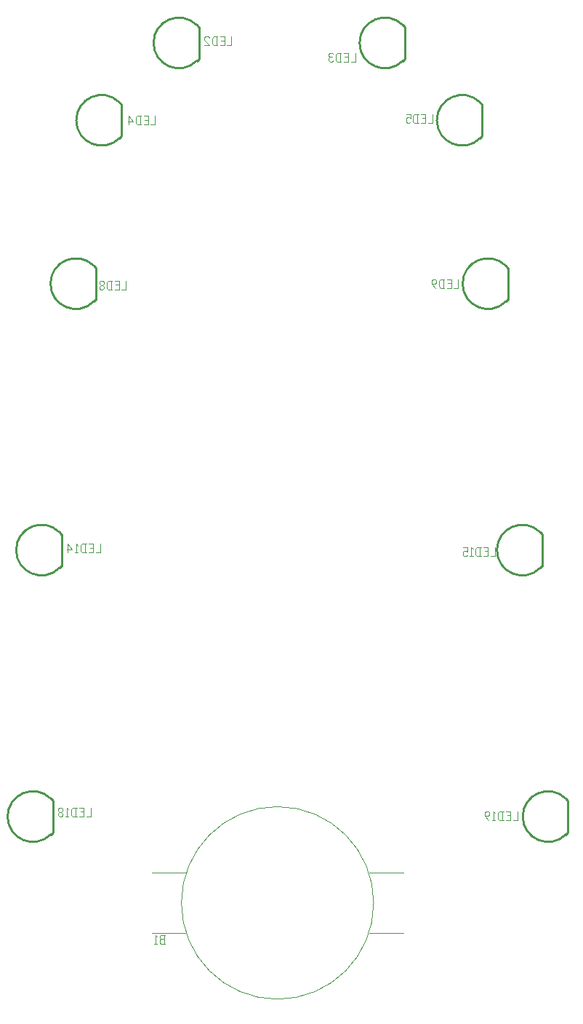
<source format=gbr>
G04 start of page 9 for group -4078 idx -4078 *
G04 Title: (unknown), bottomsilk *
G04 Creator: pcb 20140316 *
G04 CreationDate: Wed 05 Dec 2018 13:19:10 GMT UTC *
G04 For: david *
G04 Format: Gerber/RS-274X *
G04 PCB-Dimensions (mil): 5803.15 7874.02 *
G04 PCB-Coordinate-Origin: lower left *
%MOIN*%
%FSLAX25Y25*%
%LNBOTTOMSILK*%
%ADD83C,0.0040*%
%ADD82C,0.0039*%
%ADD81C,0.0100*%
G54D81*X92240Y358942D02*Y373442D01*
X91240Y358042D02*X92240Y359042D01*
X91240Y374442D02*X92140Y373542D01*
X91243Y358039D02*G75*G02X91243Y374444I-8202J8202D01*G01*
G54D82*X137559Y312914D02*X153307D01*
X137559Y340472D02*X153307D01*
X252913Y312914D02*X237165D01*
X252913Y340472D02*X237165D01*
X151142Y326693D02*G75*G03X151142Y326693I44094J0D01*G01*
G54D81*X96177Y480989D02*Y495489D01*
X95177Y480089D02*X96177Y481089D01*
X95177Y496489D02*X96077Y495589D01*
X95180Y480087D02*G75*G02X95180Y496491I-8202J8202D01*G01*
X159169Y713272D02*Y727772D01*
X158169Y712372D02*X159169Y713372D01*
X158169Y728772D02*X159069Y727872D01*
X158172Y712370D02*G75*G02X158172Y728775I-8202J8202D01*G01*
X123736Y677839D02*Y692339D01*
X122736Y676939D02*X123736Y677939D01*
X122736Y693339D02*X123636Y692439D01*
X122739Y676937D02*G75*G02X122739Y693342I-8202J8202D01*G01*
X289091Y677839D02*Y692339D01*
X288091Y676939D02*X289091Y677939D01*
X288091Y693339D02*X288991Y692439D01*
X288093Y676937D02*G75*G02X288093Y693342I-8202J8202D01*G01*
X253657Y713272D02*Y727772D01*
X252657Y712372D02*X253657Y713372D01*
X252657Y728772D02*X253557Y727872D01*
X252660Y712370D02*G75*G02X252660Y728775I-8202J8202D01*G01*
X111925Y603036D02*Y617536D01*
X110925Y602136D02*X111925Y603136D01*
X110925Y618536D02*X111825Y617636D01*
X110928Y602134D02*G75*G02X110928Y618539I-8202J8202D01*G01*
X300902Y603036D02*Y617536D01*
X299902Y602136D02*X300902Y603136D01*
X299902Y618536D02*X300802Y617636D01*
X299904Y602134D02*G75*G02X299904Y618539I-8202J8202D01*G01*
X328461Y358942D02*Y373442D01*
X327461Y358042D02*X328461Y359042D01*
X327461Y374442D02*X328361Y373542D01*
X327463Y358039D02*G75*G02X327463Y374444I-8202J8202D01*G01*
X316650Y480989D02*Y495489D01*
X315650Y480089D02*X316650Y481089D01*
X315650Y496489D02*X316550Y495589D01*
X315652Y480087D02*G75*G02X315652Y496491I-8202J8202D01*G01*
G54D83*X230827Y711929D02*Y715929D01*
X228827Y711929D02*X230827D01*
X226127Y714129D02*X227627D01*
X225627Y711929D02*X227627D01*
Y715929D01*
X225627D02*X227627D01*
X223927Y711929D02*Y715929D01*
X222627D02*X221927Y715229D01*
Y712629D02*Y715229D01*
X222627Y711929D02*X221927Y712629D01*
X222627Y711929D02*X224427D01*
X222627Y715929D02*X224427D01*
X220727Y715429D02*X220227Y715929D01*
X219227D02*X220227D01*
X219227D02*X218727Y715429D01*
X219227Y711929D02*X218727Y712429D01*
X219227Y711929D02*X220227D01*
X220727Y712429D02*X220227Y711929D01*
X219227Y714129D02*X220227D01*
X218727Y714629D02*Y715429D01*
Y712429D02*Y713629D01*
X219227Y714129D01*
X218727Y714629D02*X219227Y714129D01*
X174134Y719409D02*Y723409D01*
X172134Y719409D02*X174134D01*
X169434Y721609D02*X170934D01*
X168934Y719409D02*X170934D01*
Y723409D01*
X168934D02*X170934D01*
X167234Y719409D02*Y723409D01*
X165934D02*X165234Y722709D01*
Y720109D02*Y722709D01*
X165934Y719409D02*X165234Y720109D01*
X165934Y719409D02*X167734D01*
X165934Y723409D02*X167734D01*
X164034Y722909D02*X163534Y723409D01*
X162034D02*X163534D01*
X162034D02*X161534Y722909D01*
Y721909D02*Y722909D01*
X164034Y719409D02*X161534Y721909D01*
Y719409D02*X164034D01*
X139094Y683189D02*Y687189D01*
X137094Y683189D02*X139094D01*
X134394Y685389D02*X135894D01*
X133894Y683189D02*X135894D01*
Y687189D01*
X133894D02*X135894D01*
X132194Y683189D02*Y687189D01*
X130894D02*X130194Y686489D01*
Y683889D02*Y686489D01*
X130894Y683189D02*X130194Y683889D01*
X130894Y683189D02*X132694D01*
X130894Y687189D02*X132694D01*
X128994Y684689D02*X126994Y687189D01*
X126494Y684689D02*X128994D01*
X126994Y683189D02*Y687189D01*
X125709Y607598D02*Y611598D01*
X123709Y607598D02*X125709D01*
X121009Y609798D02*X122509D01*
X120509Y607598D02*X122509D01*
Y611598D01*
X120509D02*X122509D01*
X118809Y607598D02*Y611598D01*
X117509D02*X116809Y610898D01*
Y608298D02*Y610898D01*
X117509Y607598D02*X116809Y608298D01*
X117509Y607598D02*X119309D01*
X117509Y611598D02*X119309D01*
X115609Y608098D02*X115109Y607598D01*
X115609Y608098D02*Y608898D01*
X114909Y609598D01*
X114309D02*X114909D01*
X114309D02*X113609Y608898D01*
Y608098D02*Y608898D01*
X114109Y607598D02*X113609Y608098D01*
X114109Y607598D02*X115109D01*
X115609Y610298D02*X114909Y609598D01*
X115609Y610298D02*Y611098D01*
X115109Y611598D01*
X114109D02*X115109D01*
X114109D02*X113609Y611098D01*
Y610298D02*Y611098D01*
X114309Y609598D02*X113609Y610298D01*
X295000Y485551D02*Y489551D01*
X293000Y485551D02*X295000D01*
X290300Y487751D02*X291800D01*
X289800Y485551D02*X291800D01*
Y489551D01*
X289800D02*X291800D01*
X288100Y485551D02*Y489551D01*
X286800D02*X286100Y488851D01*
Y486251D02*Y488851D01*
X286800Y485551D02*X286100Y486251D01*
X286800Y485551D02*X288600D01*
X286800Y489551D02*X288600D01*
X284900Y488751D02*X284100Y489551D01*
Y485551D02*Y489551D01*
X283400Y485551D02*X284900D01*
X280200Y489551D02*X282200D01*
Y487551D02*Y489551D01*
Y487551D02*X281700Y488051D01*
X280700D02*X281700D01*
X280700D02*X280200Y487551D01*
Y486051D02*Y487551D01*
X280700Y485551D02*X280200Y486051D01*
X280700Y485551D02*X281700D01*
X282200Y486051D02*X281700Y485551D01*
X113898Y487126D02*Y491126D01*
X111898Y487126D02*X113898D01*
X109198Y489326D02*X110698D01*
X108698Y487126D02*X110698D01*
Y491126D01*
X108698D02*X110698D01*
X106998Y487126D02*Y491126D01*
X105698D02*X104998Y490426D01*
Y487826D02*Y490426D01*
X105698Y487126D02*X104998Y487826D01*
X105698Y487126D02*X107498D01*
X105698Y491126D02*X107498D01*
X103798Y490326D02*X102998Y491126D01*
Y487126D02*Y491126D01*
X102298Y487126D02*X103798D01*
X101098Y488626D02*X99098Y491126D01*
X98598Y488626D02*X101098D01*
X99098Y487126D02*Y491126D01*
X278071Y608386D02*Y612386D01*
X276071Y608386D02*X278071D01*
X273371Y610586D02*X274871D01*
X272871Y608386D02*X274871D01*
Y612386D01*
X272871D02*X274871D01*
X271171Y608386D02*Y612386D01*
X269871D02*X269171Y611686D01*
Y609086D02*Y611686D01*
X269871Y608386D02*X269171Y609086D01*
X269871Y608386D02*X271671D01*
X269871Y612386D02*X271671D01*
X267471Y608386D02*X265971Y610386D01*
Y611886D01*
X266471Y612386D02*X265971Y611886D01*
X266471Y612386D02*X267471D01*
X267971Y611886D02*X267471Y612386D01*
X267971Y610886D02*Y611886D01*
Y610886D02*X267471Y610386D01*
X265971D02*X267471D01*
X266260Y683976D02*Y687976D01*
X264260Y683976D02*X266260D01*
X261560Y686176D02*X263060D01*
X261060Y683976D02*X263060D01*
Y687976D01*
X261060D02*X263060D01*
X259360Y683976D02*Y687976D01*
X258060D02*X257360Y687276D01*
Y684676D02*Y687276D01*
X258060Y683976D02*X257360Y684676D01*
X258060Y683976D02*X259860D01*
X258060Y687976D02*X259860D01*
X254160D02*X256160D01*
Y685976D02*Y687976D01*
Y685976D02*X255660Y686476D01*
X254660D02*X255660D01*
X254660D02*X254160Y685976D01*
Y684476D02*Y685976D01*
X254660Y683976D02*X254160Y684476D01*
X254660Y683976D02*X255660D01*
X256160Y684476D02*X255660Y683976D01*
X141732Y308024D02*X143732D01*
X141732D02*X141232Y308524D01*
Y309724D01*
X141732Y310224D02*X141232Y309724D01*
X141732Y310224D02*X143232D01*
Y308024D02*Y312024D01*
X141732D02*X143732D01*
X141732D02*X141232Y311524D01*
Y310724D02*Y311524D01*
X141732Y310224D02*X141232Y310724D01*
X140032Y311224D02*X139232Y312024D01*
Y308024D02*Y312024D01*
X138532Y308024D02*X140032D01*
X305236Y364685D02*Y368685D01*
X303236Y364685D02*X305236D01*
X300536Y366885D02*X302036D01*
X300036Y364685D02*X302036D01*
Y368685D01*
X300036D02*X302036D01*
X298336Y364685D02*Y368685D01*
X297036D02*X296336Y367985D01*
Y365385D02*Y367985D01*
X297036Y364685D02*X296336Y365385D01*
X297036Y364685D02*X298836D01*
X297036Y368685D02*X298836D01*
X295136Y367885D02*X294336Y368685D01*
Y364685D02*Y368685D01*
X293636Y364685D02*X295136D01*
X291936D02*X290436Y366685D01*
Y368185D01*
X290936Y368685D02*X290436Y368185D01*
X290936Y368685D02*X291936D01*
X292436Y368185D02*X291936Y368685D01*
X292436Y367185D02*Y368185D01*
Y367185D02*X291936Y366685D01*
X290436D02*X291936D01*
X109567Y366260D02*Y370260D01*
X107567Y366260D02*X109567D01*
X104867Y368460D02*X106367D01*
X104367Y366260D02*X106367D01*
Y370260D01*
X104367D02*X106367D01*
X102667Y366260D02*Y370260D01*
X101367D02*X100667Y369560D01*
Y366960D02*Y369560D01*
X101367Y366260D02*X100667Y366960D01*
X101367Y366260D02*X103167D01*
X101367Y370260D02*X103167D01*
X99467Y369460D02*X98667Y370260D01*
Y366260D02*Y370260D01*
X97967Y366260D02*X99467D01*
X96767Y366760D02*X96267Y366260D01*
X96767Y366760D02*Y367560D01*
X96067Y368260D01*
X95467D02*X96067D01*
X95467D02*X94767Y367560D01*
Y366760D02*Y367560D01*
X95267Y366260D02*X94767Y366760D01*
X95267Y366260D02*X96267D01*
X96767Y368960D02*X96067Y368260D01*
X96767Y368960D02*Y369760D01*
X96267Y370260D01*
X95267D02*X96267D01*
X95267D02*X94767Y369760D01*
Y368960D02*Y369760D01*
X95467Y368260D02*X94767Y368960D01*
M02*

</source>
